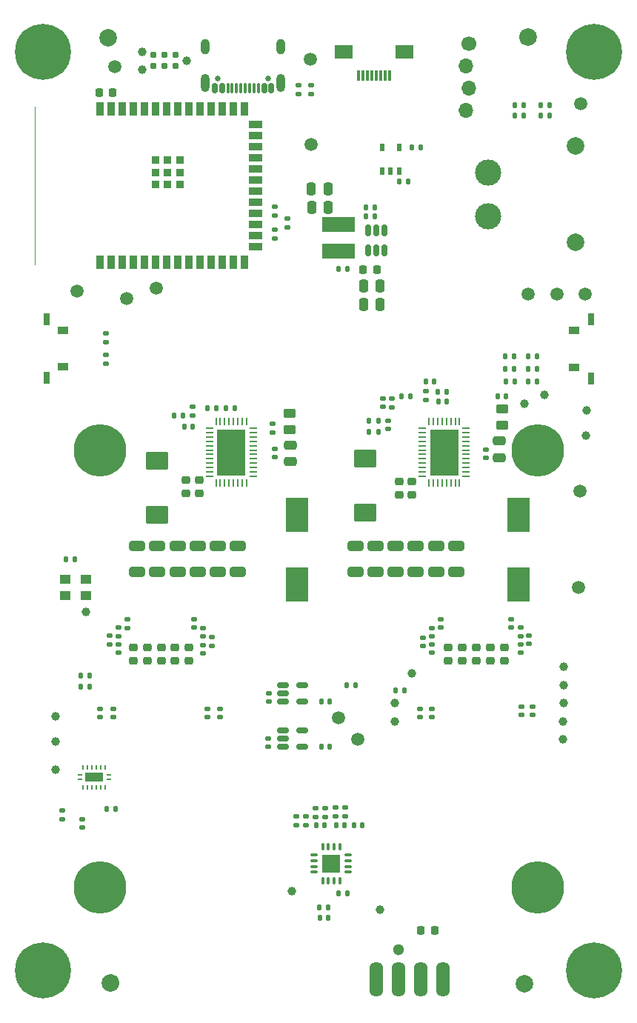
<source format=gbr>
%TF.GenerationSoftware,KiCad,Pcbnew,9.0.1*%
%TF.CreationDate,2025-09-16T14:58:38+08:00*%
%TF.ProjectId,BitaxeGT,42697461-7865-4475-942e-6b696361645f,v800*%
%TF.SameCoordinates,Original*%
%TF.FileFunction,Soldermask,Bot*%
%TF.FilePolarity,Negative*%
%FSLAX46Y46*%
G04 Gerber Fmt 4.6, Leading zero omitted, Abs format (unit mm)*
G04 Created by KiCad (PCBNEW 9.0.1) date 2025-09-16 14:58:38*
%MOMM*%
%LPD*%
G01*
G04 APERTURE LIST*
G04 Aperture macros list*
%AMRoundRect*
0 Rectangle with rounded corners*
0 $1 Rounding radius*
0 $2 $3 $4 $5 $6 $7 $8 $9 X,Y pos of 4 corners*
0 Add a 4 corners polygon primitive as box body*
4,1,4,$2,$3,$4,$5,$6,$7,$8,$9,$2,$3,0*
0 Add four circle primitives for the rounded corners*
1,1,$1+$1,$2,$3*
1,1,$1+$1,$4,$5*
1,1,$1+$1,$6,$7*
1,1,$1+$1,$8,$9*
0 Add four rect primitives between the rounded corners*
20,1,$1+$1,$2,$3,$4,$5,0*
20,1,$1+$1,$4,$5,$6,$7,0*
20,1,$1+$1,$6,$7,$8,$9,0*
20,1,$1+$1,$8,$9,$2,$3,0*%
G04 Aperture macros list end*
%ADD10C,1.050000*%
%ADD11C,0.120000*%
%ADD12RoundRect,0.225000X-0.225000X-0.250000X0.225000X-0.250000X0.225000X0.250000X-0.225000X0.250000X0*%
%ADD13R,0.558800X0.952500*%
%ADD14R,3.700000X1.680000*%
%ADD15RoundRect,0.150000X-0.150000X0.512500X-0.150000X-0.512500X0.150000X-0.512500X0.150000X0.512500X0*%
%ADD16RoundRect,0.135000X0.135000X0.185000X-0.135000X0.185000X-0.135000X-0.185000X0.135000X-0.185000X0*%
%ADD17RoundRect,0.135000X-0.135000X-0.185000X0.135000X-0.185000X0.135000X0.185000X-0.135000X0.185000X0*%
%ADD18RoundRect,0.140000X-0.140000X-0.170000X0.140000X-0.170000X0.140000X0.170000X-0.140000X0.170000X0*%
%ADD19RoundRect,0.250000X0.250000X0.475000X-0.250000X0.475000X-0.250000X-0.475000X0.250000X-0.475000X0*%
%ADD20C,2.000000*%
%ADD21C,6.000000*%
%ADD22C,0.800000*%
%ADD23C,6.400000*%
%ADD24C,1.300000*%
%ADD25O,1.574800X4.000000*%
%ADD26C,1.500000*%
%ADD27C,1.700000*%
%ADD28O,1.700000X1.700000*%
%ADD29RoundRect,0.135000X0.185000X-0.135000X0.185000X0.135000X-0.185000X0.135000X-0.185000X-0.135000X0*%
%ADD30RoundRect,0.140000X0.170000X-0.140000X0.170000X0.140000X-0.170000X0.140000X-0.170000X-0.140000X0*%
%ADD31C,1.000000*%
%ADD32RoundRect,0.140000X-0.170000X0.140000X-0.170000X-0.140000X0.170000X-0.140000X0.170000X0.140000X0*%
%ADD33C,0.990600*%
%ADD34C,0.787400*%
%ADD35RoundRect,0.250000X-0.650000X0.325000X-0.650000X-0.325000X0.650000X-0.325000X0.650000X0.325000X0*%
%ADD36RoundRect,0.225000X0.225000X0.250000X-0.225000X0.250000X-0.225000X-0.250000X0.225000X-0.250000X0*%
%ADD37RoundRect,0.225000X-0.250000X0.225000X-0.250000X-0.225000X0.250000X-0.225000X0.250000X0.225000X0*%
%ADD38R,1.300000X1.100000*%
%ADD39RoundRect,0.150000X-0.512500X-0.150000X0.512500X-0.150000X0.512500X0.150000X-0.512500X0.150000X0*%
%ADD40RoundRect,0.062500X0.337500X0.062500X-0.337500X0.062500X-0.337500X-0.062500X0.337500X-0.062500X0*%
%ADD41RoundRect,0.062500X0.062500X0.337500X-0.062500X0.337500X-0.062500X-0.337500X0.062500X-0.337500X0*%
%ADD42C,0.400000*%
%ADD43R,3.300000X5.300000*%
%ADD44R,0.599999X0.240000*%
%ADD45R,0.240000X0.599999*%
%ADD46C,0.499999*%
%ADD47R,2.000001X1.000000*%
%ADD48RoundRect,0.140000X0.140000X0.170000X-0.140000X0.170000X-0.140000X-0.170000X0.140000X-0.170000X0*%
%ADD49R,1.270000X0.889000*%
%ADD50R,0.787400X1.447800*%
%ADD51C,3.000000*%
%ADD52RoundRect,0.250000X0.475000X-0.250000X0.475000X0.250000X-0.475000X0.250000X-0.475000X-0.250000X0*%
%ADD53R,2.600000X4.000000*%
%ADD54R,0.300000X1.300000*%
%ADD55R,2.000000X1.600000*%
%ADD56C,0.650000*%
%ADD57RoundRect,0.150000X-0.150000X-0.425000X0.150000X-0.425000X0.150000X0.425000X-0.150000X0.425000X0*%
%ADD58RoundRect,0.075000X-0.075000X-0.500000X0.075000X-0.500000X0.075000X0.500000X-0.075000X0.500000X0*%
%ADD59O,1.000000X1.800000*%
%ADD60O,1.000000X2.100000*%
%ADD61RoundRect,0.135000X-0.185000X0.135000X-0.185000X-0.135000X0.185000X-0.135000X0.185000X0.135000X0*%
%ADD62RoundRect,0.250000X0.450000X-0.262500X0.450000X0.262500X-0.450000X0.262500X-0.450000X-0.262500X0*%
%ADD63RoundRect,0.250000X-1.025000X0.787500X-1.025000X-0.787500X1.025000X-0.787500X1.025000X0.787500X0*%
%ADD64R,0.900000X1.500000*%
%ADD65R,1.500000X0.900000*%
%ADD66R,0.900000X0.900000*%
%ADD67RoundRect,0.075000X-0.075000X0.350000X-0.075000X-0.350000X0.075000X-0.350000X0.075000X0.350000X0*%
%ADD68RoundRect,0.075000X-0.350000X0.075000X-0.350000X-0.075000X0.350000X-0.075000X0.350000X0.075000X0*%
%ADD69R,2.100000X2.100000*%
G04 APERTURE END LIST*
%TO.C,FID1*%
D10*
X107725000Y-147900000D02*
G75*
G02*
X106675000Y-147900000I-525000J0D01*
G01*
X106675000Y-147900000D02*
G75*
G02*
X107725000Y-147900000I525000J0D01*
G01*
%TO.C,FID2*%
X155425000Y-39800000D02*
G75*
G02*
X154375000Y-39800000I-525000J0D01*
G01*
X154375000Y-39800000D02*
G75*
G02*
X155425000Y-39800000I525000J0D01*
G01*
D11*
%TO.C,U6*%
X98520000Y-65750000D02*
X98520000Y-47750000D01*
%TD*%
D12*
%TO.C,C96*%
X137635000Y-66420000D03*
X136085000Y-66420000D03*
%TD*%
D13*
%TO.C,U5*%
X140159800Y-55147950D03*
X139220000Y-55147950D03*
X138280200Y-55147950D03*
X138280200Y-52392050D03*
X140159800Y-52392050D03*
%TD*%
D14*
%TO.C,L3*%
X133290000Y-64280000D03*
X133290000Y-61210000D03*
%TD*%
D15*
%TO.C,U7*%
X136637500Y-61882500D03*
X137587500Y-61882500D03*
X138537500Y-61882500D03*
X138537500Y-64157500D03*
X137587500Y-64157500D03*
X136637500Y-64157500D03*
%TD*%
D16*
%TO.C,R42*%
X137430000Y-59240000D03*
X136410000Y-59240000D03*
%TD*%
D17*
%TO.C,R41*%
X136410000Y-60270000D03*
X137430000Y-60270000D03*
%TD*%
D18*
%TO.C,C101*%
X141670000Y-52390000D03*
X142630000Y-52390000D03*
%TD*%
%TO.C,C100*%
X140230000Y-56300000D03*
X141190000Y-56300000D03*
%TD*%
D19*
%TO.C,C98*%
X132070000Y-59250000D03*
X130170000Y-59250000D03*
%TD*%
D18*
%TO.C,C97*%
X133280000Y-66290000D03*
X134240000Y-66290000D03*
%TD*%
D19*
%TO.C,C63*%
X138020000Y-70390000D03*
X136120000Y-70390000D03*
%TD*%
%TO.C,C50*%
X138020000Y-68280000D03*
X136120000Y-68280000D03*
%TD*%
D20*
%TO.C,FID1*%
X107200000Y-147900000D03*
%TD*%
D21*
%TO.C,HS1*%
X106000000Y-87000000D03*
X106000000Y-137000000D03*
X156000000Y-87000000D03*
X156000000Y-137000000D03*
%TD*%
D22*
%TO.C,H4*%
X97100000Y-146500000D03*
X97802944Y-144802944D03*
X97802944Y-148197056D03*
X99500000Y-144100000D03*
D23*
X99500000Y-146500000D03*
D22*
X99500000Y-148900000D03*
X101197056Y-144802944D03*
X101197056Y-148197056D03*
X101900000Y-146500000D03*
%TD*%
D24*
%TO.C,J7*%
X140120000Y-144130000D03*
D25*
X145200000Y-147490000D03*
X142660000Y-147490000D03*
D26*
X140120000Y-148450000D03*
D25*
X140120000Y-147490000D03*
X137580000Y-147490000D03*
%TD*%
D22*
%TO.C,H2*%
X97100000Y-41500000D03*
X97802944Y-39802944D03*
X97802944Y-43197056D03*
X99500000Y-39100000D03*
D23*
X99500000Y-41500000D03*
D22*
X99500000Y-43900000D03*
X101197056Y-39802944D03*
X101197056Y-43197056D03*
X101900000Y-41500000D03*
%TD*%
%TO.C,H3*%
X160100000Y-146500000D03*
X160802944Y-144802944D03*
X160802944Y-148197056D03*
X162500000Y-144100000D03*
D23*
X162500000Y-146500000D03*
D22*
X162500000Y-148900000D03*
X164197056Y-144802944D03*
X164197056Y-148197056D03*
X164900000Y-146500000D03*
%TD*%
D27*
%TO.C,J3*%
X148200000Y-40550000D03*
D28*
X147800000Y-43090000D03*
X148200000Y-45630000D03*
X147800000Y-48170000D03*
%TD*%
D20*
%TO.C,FID2*%
X154900000Y-39800000D03*
%TD*%
D22*
%TO.C,H1*%
X160100000Y-41500000D03*
X160802944Y-39802944D03*
X160802944Y-43197056D03*
X162500000Y-39100000D03*
D23*
X162500000Y-41500000D03*
D22*
X162500000Y-43900000D03*
X164197056Y-39802944D03*
X164197056Y-43197056D03*
X164900000Y-41500000D03*
%TD*%
D29*
%TO.C,R29*%
X134000000Y-128900000D03*
X134000000Y-127880000D03*
%TD*%
D26*
%TO.C,TP35*%
X130000000Y-42360000D03*
%TD*%
D30*
%TO.C,C17*%
X138300000Y-82080000D03*
X138300000Y-81120000D03*
%TD*%
D18*
%TO.C,C37*%
X115650000Y-84320000D03*
X116610000Y-84320000D03*
%TD*%
D16*
%TO.C,R22*%
X157400000Y-47600000D03*
X156380000Y-47600000D03*
%TD*%
D31*
%TO.C,TP6*%
X158950000Y-118000000D03*
%TD*%
%TO.C,TP20*%
X127950000Y-137400000D03*
%TD*%
D32*
%TO.C,C7*%
X150100000Y-86920000D03*
X150100000Y-87880000D03*
%TD*%
D33*
%TO.C,J8*%
X115940000Y-42465000D03*
X110860000Y-43481000D03*
X110860000Y-41449000D03*
D34*
X114670000Y-43100000D03*
X114670000Y-41830000D03*
X113400000Y-43100000D03*
X113400000Y-41830000D03*
X112130000Y-43100000D03*
X112130000Y-41830000D03*
%TD*%
D30*
%TO.C,C84*%
X143950000Y-117530000D03*
X143950000Y-116570000D03*
%TD*%
D31*
%TO.C,TP30*%
X156800000Y-80700000D03*
%TD*%
D29*
%TO.C,R25*%
X128680000Y-46280000D03*
X128680000Y-45260000D03*
%TD*%
D35*
%TO.C,C12*%
X139800000Y-97975000D03*
X139800000Y-100925000D03*
%TD*%
%TO.C,C33*%
X114850000Y-98000000D03*
X114850000Y-100950000D03*
%TD*%
D36*
%TO.C,C49*%
X107425000Y-46150000D03*
X105875000Y-46150000D03*
%TD*%
D37*
%TO.C,C38*%
X116150000Y-109575000D03*
X116150000Y-111125000D03*
%TD*%
D35*
%TO.C,C14*%
X135200000Y-97975000D03*
X135200000Y-100925000D03*
%TD*%
D30*
%TO.C,C65*%
X107125000Y-109205000D03*
X107125000Y-108245000D03*
%TD*%
D38*
%TO.C,U8*%
X102050000Y-101750000D03*
X104350000Y-101750000D03*
X104350000Y-103650000D03*
X102050000Y-103650000D03*
%TD*%
D29*
%TO.C,R20*%
X106700000Y-74640000D03*
X106700000Y-73620000D03*
%TD*%
D39*
%TO.C,U11*%
X126875000Y-120900000D03*
X126875000Y-119950000D03*
X126875000Y-119000000D03*
X129150000Y-119000000D03*
X129150000Y-120900000D03*
%TD*%
D31*
%TO.C,TP14*%
X100900000Y-123550000D03*
%TD*%
D40*
%TO.C,U4*%
X123500000Y-84500000D03*
X123500000Y-85000000D03*
X123500000Y-85500000D03*
X123500000Y-86000000D03*
X123500000Y-86500000D03*
X123500000Y-87000000D03*
X123500000Y-87500000D03*
X123500000Y-88000000D03*
X123500000Y-88500000D03*
X123500000Y-89000000D03*
X123500000Y-89500000D03*
X123500000Y-90000000D03*
D41*
X122750000Y-90750000D03*
X122250000Y-90750000D03*
X121750000Y-90750000D03*
X121250000Y-90750000D03*
X120750000Y-90750000D03*
X120250000Y-90750000D03*
X119750000Y-90750000D03*
X119250000Y-90750000D03*
D40*
X118500000Y-90000000D03*
X118500000Y-89500000D03*
X118500000Y-89000000D03*
X118500000Y-88500000D03*
X118500000Y-88000000D03*
X118500000Y-87500000D03*
X118500000Y-87000000D03*
X118500000Y-86500000D03*
X118500000Y-86000000D03*
X118500000Y-85500000D03*
X118500000Y-85000000D03*
X118500000Y-84500000D03*
D41*
X119250000Y-83750000D03*
X119750000Y-83750000D03*
X120250000Y-83750000D03*
X120750000Y-83750000D03*
X121250000Y-83750000D03*
X121750000Y-83750000D03*
X122250000Y-83750000D03*
X122750000Y-83750000D03*
D42*
X122280000Y-88650000D03*
X122280000Y-87250000D03*
X122280000Y-85850000D03*
X121000000Y-89650000D03*
X121000000Y-88650000D03*
X121000000Y-87250000D03*
D43*
X121000000Y-87250000D03*
D42*
X121000000Y-85850000D03*
X121000000Y-84850000D03*
X119720000Y-88650000D03*
X119720000Y-87250000D03*
X119720000Y-85850000D03*
%TD*%
D30*
%TO.C,C80*%
X106000000Y-117530000D03*
X106000000Y-116570000D03*
%TD*%
D44*
%TO.C,U2*%
X103670001Y-124150000D03*
D45*
X104070000Y-123250000D03*
X104569999Y-123250000D03*
X105070000Y-123250000D03*
X105570000Y-123250000D03*
X106070001Y-123250000D03*
X106570000Y-123250000D03*
D44*
X106969999Y-124150000D03*
X106969999Y-124650000D03*
D45*
X106570000Y-125550000D03*
X106070001Y-125550000D03*
X105570000Y-125550000D03*
X105070000Y-125550000D03*
X104569999Y-125550000D03*
X104070000Y-125550000D03*
D44*
X103670001Y-124650000D03*
D46*
X106070001Y-124400000D03*
D47*
X105320000Y-124400000D03*
D46*
X104569999Y-124400000D03*
%TD*%
D30*
%TO.C,C85*%
X142600000Y-117530000D03*
X142600000Y-116570000D03*
%TD*%
%TO.C,C75*%
X144940000Y-107310000D03*
X144940000Y-106350000D03*
%TD*%
D32*
%TO.C,C68*%
X116750000Y-106345000D03*
X116750000Y-107305000D03*
%TD*%
D26*
%TO.C,TP25*%
X160920000Y-47440000D03*
%TD*%
D37*
%TO.C,C57*%
X109800000Y-109575000D03*
X109800000Y-111125000D03*
%TD*%
%TO.C,C2*%
X141675000Y-90600000D03*
X141675000Y-92150000D03*
%TD*%
D26*
%TO.C,TP18*%
X135450000Y-120050000D03*
%TD*%
D18*
%TO.C,C53*%
X102120000Y-99500000D03*
X103080000Y-99500000D03*
%TD*%
D17*
%TO.C,R26*%
X103790000Y-114040000D03*
X104810000Y-114040000D03*
%TD*%
D29*
%TO.C,R21*%
X125990000Y-62790000D03*
X125990000Y-61770000D03*
%TD*%
D31*
%TO.C,TP21*%
X138040000Y-139520000D03*
%TD*%
D30*
%TO.C,C87*%
X155400000Y-117270000D03*
X155400000Y-116310000D03*
%TD*%
D35*
%TO.C,C11*%
X142100000Y-97975000D03*
X142100000Y-100925000D03*
%TD*%
D32*
%TO.C,C71*%
X117725000Y-109270000D03*
X117725000Y-110230000D03*
%TD*%
D20*
%TO.C,FID3*%
X154500000Y-148000000D03*
%TD*%
D17*
%TO.C,R23*%
X106780000Y-128020000D03*
X107800000Y-128020000D03*
%TD*%
%TO.C,R9*%
X154940000Y-76300000D03*
X155960000Y-76300000D03*
%TD*%
D48*
%TO.C,C20*%
X145630000Y-81410000D03*
X144670000Y-81410000D03*
%TD*%
D37*
%TO.C,C58*%
X152200000Y-109575000D03*
X152200000Y-111125000D03*
%TD*%
D26*
%TO.C,TP23*%
X158200000Y-69180000D03*
%TD*%
D17*
%TO.C,R19*%
X118290000Y-82200000D03*
X119310000Y-82200000D03*
%TD*%
D37*
%TO.C,C55*%
X112990000Y-109575000D03*
X112990000Y-111125000D03*
%TD*%
D18*
%TO.C,C92*%
X135020000Y-129890000D03*
X135980000Y-129890000D03*
%TD*%
D31*
%TO.C,TP31*%
X161580000Y-82450000D03*
%TD*%
D26*
%TO.C,TP36*%
X107690000Y-43200000D03*
%TD*%
D17*
%TO.C,R8*%
X144640000Y-80360000D03*
X145660000Y-80360000D03*
%TD*%
D29*
%TO.C,R36*%
X130650000Y-128910000D03*
X130650000Y-127890000D03*
%TD*%
D32*
%TO.C,C88*%
X125212500Y-119970000D03*
X125212500Y-120930000D03*
%TD*%
D37*
%TO.C,C23*%
X117325000Y-90425000D03*
X117325000Y-91975000D03*
%TD*%
D17*
%TO.C,R13*%
X152340000Y-77700000D03*
X153360000Y-77700000D03*
%TD*%
D49*
%TO.C,SW1*%
X101797000Y-77485500D03*
X101797000Y-73294500D03*
D50*
X99904700Y-78768200D03*
X99904700Y-72011800D03*
%TD*%
D30*
%TO.C,C66*%
X108125000Y-108255000D03*
X108125000Y-107295000D03*
%TD*%
D35*
%TO.C,C34*%
X112550000Y-98000000D03*
X112550000Y-100950000D03*
%TD*%
D17*
%TO.C,R39*%
X153390000Y-47600000D03*
X154410000Y-47600000D03*
%TD*%
D31*
%TO.C,TP10*%
X100950000Y-117400000D03*
%TD*%
%TO.C,TP12*%
X100900000Y-120300000D03*
%TD*%
D37*
%TO.C,C60*%
X149000000Y-109575000D03*
X149000000Y-111125000D03*
%TD*%
D26*
%TO.C,TP15*%
X160700000Y-102700000D03*
%TD*%
D35*
%TO.C,C32*%
X117150000Y-98000000D03*
X117150000Y-100950000D03*
%TD*%
D51*
%TO.C,J1*%
X150350000Y-60250000D03*
X150350000Y-55250000D03*
D20*
X160350000Y-63250000D03*
X160350000Y-52250000D03*
%TD*%
D37*
%TO.C,C59*%
X150600000Y-109575000D03*
X150600000Y-111125000D03*
%TD*%
D52*
%TO.C,C29*%
X127725000Y-88325000D03*
X127725000Y-86425000D03*
%TD*%
D53*
%TO.C,L1*%
X153850000Y-94425000D03*
X153850000Y-102375000D03*
%TD*%
D37*
%TO.C,C54*%
X114550000Y-109575000D03*
X114550000Y-111125000D03*
%TD*%
D31*
%TO.C,TP11*%
X141650000Y-112550000D03*
%TD*%
D53*
%TO.C,L2*%
X128500000Y-94425000D03*
X128500000Y-102375000D03*
%TD*%
D30*
%TO.C,C81*%
X107550000Y-117530000D03*
X107550000Y-116570000D03*
%TD*%
D26*
%TO.C,TP24*%
X161470000Y-69180000D03*
%TD*%
D30*
%TO.C,C83*%
X118250000Y-117530000D03*
X118250000Y-116570000D03*
%TD*%
D37*
%TO.C,C24*%
X115850000Y-90425000D03*
X115850000Y-91975000D03*
%TD*%
D54*
%TO.C,J2*%
X139070000Y-44180000D03*
X138570000Y-44180000D03*
X138070000Y-44180000D03*
X137570000Y-44180000D03*
X137070000Y-44180000D03*
X136570000Y-44180000D03*
X136070000Y-44180000D03*
X135570000Y-44180000D03*
D55*
X133870000Y-41500000D03*
X140770000Y-41500000D03*
%TD*%
D56*
%TO.C,J4*%
X119460000Y-44565000D03*
X125240000Y-44565000D03*
D57*
X119150000Y-45640000D03*
X119950000Y-45640000D03*
D58*
X121100000Y-45640000D03*
X122100000Y-45640000D03*
X122600000Y-45640000D03*
X123600000Y-45640000D03*
D57*
X125550000Y-45640000D03*
X124750000Y-45640000D03*
D58*
X124100000Y-45640000D03*
X123100000Y-45640000D03*
X121600000Y-45640000D03*
X120600000Y-45640000D03*
D59*
X118030000Y-40885000D03*
D60*
X118030000Y-45065000D03*
D59*
X126670000Y-40885000D03*
D60*
X126670000Y-45065000D03*
%TD*%
D40*
%TO.C,U1*%
X147850000Y-84500000D03*
X147850000Y-85000000D03*
X147850000Y-85500000D03*
X147850000Y-86000000D03*
X147850000Y-86500000D03*
X147850000Y-87000000D03*
X147850000Y-87500000D03*
X147850000Y-88000000D03*
X147850000Y-88500000D03*
X147850000Y-89000000D03*
X147850000Y-89500000D03*
X147850000Y-90000000D03*
D41*
X147100000Y-90750000D03*
X146600000Y-90750000D03*
X146100000Y-90750000D03*
X145600000Y-90750000D03*
X145100000Y-90750000D03*
X144600000Y-90750000D03*
X144100000Y-90750000D03*
X143600000Y-90750000D03*
D40*
X142850000Y-90000000D03*
X142850000Y-89500000D03*
X142850000Y-89000000D03*
X142850000Y-88500000D03*
X142850000Y-88000000D03*
X142850000Y-87500000D03*
X142850000Y-87000000D03*
X142850000Y-86500000D03*
X142850000Y-86000000D03*
X142850000Y-85500000D03*
X142850000Y-85000000D03*
X142850000Y-84500000D03*
D41*
X143600000Y-83750000D03*
X144100000Y-83750000D03*
X144600000Y-83750000D03*
X145100000Y-83750000D03*
X145600000Y-83750000D03*
X146100000Y-83750000D03*
X146600000Y-83750000D03*
X147100000Y-83750000D03*
D42*
X146630000Y-88650000D03*
X146630000Y-87250000D03*
X146630000Y-85850000D03*
X145350000Y-89650000D03*
X145350000Y-88650000D03*
X145350000Y-87250000D03*
D43*
X145350000Y-87250000D03*
D42*
X145350000Y-85850000D03*
X145350000Y-84850000D03*
X144070000Y-88650000D03*
X144070000Y-87250000D03*
X144070000Y-85850000D03*
%TD*%
D31*
%TO.C,TP8*%
X159000000Y-113850000D03*
%TD*%
D16*
%TO.C,R40*%
X157410000Y-48800000D03*
X156390000Y-48800000D03*
%TD*%
%TO.C,R4*%
X137790000Y-83690000D03*
X136770000Y-83690000D03*
%TD*%
D30*
%TO.C,C67*%
X109150000Y-107330000D03*
X109150000Y-106370000D03*
%TD*%
D29*
%TO.C,R32*%
X132950000Y-128900000D03*
X132950000Y-127880000D03*
%TD*%
%TO.C,R34*%
X131700000Y-128910000D03*
X131700000Y-127890000D03*
%TD*%
D32*
%TO.C,C90*%
X125262500Y-114820000D03*
X125262500Y-115780000D03*
%TD*%
D61*
%TO.C,R35*%
X129500000Y-128840000D03*
X129500000Y-129860000D03*
%TD*%
D26*
%TO.C,TP32*%
X109020000Y-69700000D03*
%TD*%
D29*
%TO.C,R33*%
X128450000Y-129860000D03*
X128450000Y-128840000D03*
%TD*%
D16*
%TO.C,R30*%
X132110000Y-139300000D03*
X131090000Y-139300000D03*
%TD*%
D62*
%TO.C,R2*%
X151930000Y-84122500D03*
X151930000Y-82297500D03*
%TD*%
D26*
%TO.C,TP17*%
X160900000Y-91700000D03*
%TD*%
D29*
%TO.C,R1*%
X143260000Y-81320000D03*
X143260000Y-80300000D03*
%TD*%
D30*
%TO.C,C64*%
X108125000Y-110155000D03*
X108125000Y-109195000D03*
%TD*%
D48*
%TO.C,C15*%
X141450000Y-80820000D03*
X140490000Y-80820000D03*
%TD*%
D31*
%TO.C,TP9*%
X159000000Y-111800000D03*
%TD*%
D20*
%TO.C,FID4*%
X106900000Y-39900000D03*
%TD*%
D32*
%TO.C,C70*%
X118775000Y-108395000D03*
X118775000Y-109355000D03*
%TD*%
%TO.C,C78*%
X155050000Y-108170000D03*
X155050000Y-109130000D03*
%TD*%
D39*
%TO.C,U12*%
X126875000Y-115762500D03*
X126875000Y-114812500D03*
X126875000Y-113862500D03*
X129150000Y-113862500D03*
X129150000Y-115762500D03*
%TD*%
D31*
%TO.C,TP13*%
X139700000Y-115950000D03*
%TD*%
D48*
%TO.C,C19*%
X152430000Y-80860000D03*
X151470000Y-80860000D03*
%TD*%
D61*
%TO.C,R5*%
X139380000Y-81090000D03*
X139380000Y-82110000D03*
%TD*%
D26*
%TO.C,TP34*%
X130130000Y-52060000D03*
%TD*%
%TO.C,TP19*%
X133262500Y-117600000D03*
%TD*%
D32*
%TO.C,C76*%
X153010000Y-106310000D03*
X153010000Y-107270000D03*
%TD*%
D30*
%TO.C,C74*%
X143925000Y-108280000D03*
X143925000Y-107320000D03*
%TD*%
D37*
%TO.C,C62*%
X145800000Y-109575000D03*
X145800000Y-111125000D03*
%TD*%
%TO.C,C56*%
X111400000Y-109575000D03*
X111400000Y-111125000D03*
%TD*%
D62*
%TO.C,R15*%
X127695000Y-84652500D03*
X127695000Y-82827500D03*
%TD*%
D31*
%TO.C,TP7*%
X159000000Y-115900000D03*
%TD*%
D32*
%TO.C,C48*%
X106700000Y-76150000D03*
X106700000Y-77110000D03*
%TD*%
D17*
%TO.C,R31*%
X133240000Y-137700000D03*
X134260000Y-137700000D03*
%TD*%
D29*
%TO.C,R14*%
X130090000Y-46280000D03*
X130090000Y-45260000D03*
%TD*%
D63*
%TO.C,C1*%
X136325000Y-87962500D03*
X136325000Y-94187500D03*
%TD*%
D32*
%TO.C,C79*%
X154050000Y-109195000D03*
X154050000Y-110155000D03*
%TD*%
D26*
%TO.C,TP29*%
X103390000Y-68860000D03*
%TD*%
D37*
%TO.C,C61*%
X147400000Y-109575000D03*
X147400000Y-111125000D03*
%TD*%
D17*
%TO.C,R10*%
X154940000Y-77700000D03*
X155960000Y-77700000D03*
%TD*%
%TO.C,R7*%
X154940000Y-79150000D03*
X155960000Y-79150000D03*
%TD*%
D64*
%TO.C,U6*%
X106010000Y-48000000D03*
X107280000Y-48000000D03*
X108550000Y-48000000D03*
X109820000Y-48000000D03*
X111090000Y-48000000D03*
X112360000Y-48000000D03*
X113630000Y-48000000D03*
X114900000Y-48000000D03*
X116170000Y-48000000D03*
X117440000Y-48000000D03*
X118710000Y-48000000D03*
X119980000Y-48000000D03*
X121250000Y-48000000D03*
X122520000Y-48000000D03*
D65*
X123770000Y-49765000D03*
X123770000Y-51035000D03*
X123770000Y-52305000D03*
X123770000Y-53575000D03*
X123770000Y-54845000D03*
X123770000Y-56115000D03*
X123770000Y-57385000D03*
X123770000Y-58655000D03*
X123770000Y-59925000D03*
X123770000Y-61195000D03*
X123770000Y-62465000D03*
X123770000Y-63735000D03*
D64*
X122520000Y-65500000D03*
X121250000Y-65500000D03*
X119980000Y-65500000D03*
X118710000Y-65500000D03*
X117440000Y-65500000D03*
X116170000Y-65500000D03*
X114900000Y-65500000D03*
X113630000Y-65500000D03*
X112360000Y-65500000D03*
X111090000Y-65500000D03*
X109820000Y-65500000D03*
X108550000Y-65500000D03*
X107280000Y-65500000D03*
X106010000Y-65500000D03*
D66*
X115130000Y-53850000D03*
X113730000Y-53850000D03*
X112330000Y-53850000D03*
X115130000Y-55250000D03*
X113730000Y-55250000D03*
X112330000Y-55250000D03*
X115130000Y-56650000D03*
X113730000Y-56650000D03*
X112330000Y-56650000D03*
%TD*%
D37*
%TO.C,C3*%
X140200000Y-90600000D03*
X140200000Y-92150000D03*
%TD*%
D32*
%TO.C,C28*%
X126000000Y-86870000D03*
X126000000Y-87830000D03*
%TD*%
D48*
%TO.C,C91*%
X132230000Y-115750000D03*
X131270000Y-115750000D03*
%TD*%
D35*
%TO.C,C31*%
X119450000Y-98000000D03*
X119450000Y-100950000D03*
%TD*%
D16*
%TO.C,R11*%
X153375000Y-79150000D03*
X152355000Y-79150000D03*
%TD*%
D12*
%TO.C,C41*%
X142695000Y-141880000D03*
X144245000Y-141880000D03*
%TD*%
D48*
%TO.C,C45*%
X121380000Y-82250000D03*
X120420000Y-82250000D03*
%TD*%
D17*
%TO.C,R12*%
X152340000Y-76300000D03*
X153360000Y-76300000D03*
%TD*%
D18*
%TO.C,C18*%
X143260000Y-79160000D03*
X144220000Y-79160000D03*
%TD*%
D26*
%TO.C,TP22*%
X154930000Y-69180000D03*
%TD*%
D35*
%TO.C,C9*%
X146700000Y-97975000D03*
X146700000Y-100925000D03*
%TD*%
D48*
%TO.C,C93*%
X133930000Y-129900000D03*
X132970000Y-129900000D03*
%TD*%
D67*
%TO.C,U13*%
X131450000Y-132325000D03*
X132100000Y-132325000D03*
X132750000Y-132325000D03*
X133400000Y-132325000D03*
D68*
X134375000Y-133300000D03*
X134375000Y-133950000D03*
X134375000Y-134600000D03*
X134375000Y-135250000D03*
D67*
X133400000Y-136225000D03*
X132750000Y-136225000D03*
X132100000Y-136225000D03*
X131450000Y-136225000D03*
D68*
X130475000Y-135250000D03*
X130475000Y-134600000D03*
X130475000Y-133950000D03*
X130475000Y-133300000D03*
D69*
X132425000Y-134275000D03*
%TD*%
D30*
%TO.C,C72*%
X143925000Y-110180000D03*
X143925000Y-109220000D03*
%TD*%
%TO.C,C86*%
X154200000Y-117270000D03*
X154200000Y-116310000D03*
%TD*%
D35*
%TO.C,C13*%
X137500000Y-97975000D03*
X137500000Y-100925000D03*
%TD*%
D61*
%TO.C,R6*%
X127430000Y-60530000D03*
X127430000Y-61550000D03*
%TD*%
D63*
%TO.C,C22*%
X112475000Y-88187500D03*
X112475000Y-94412500D03*
%TD*%
D26*
%TO.C,TP33*%
X112400000Y-68490000D03*
%TD*%
D35*
%TO.C,C10*%
X144400000Y-97975000D03*
X144400000Y-100925000D03*
%TD*%
D18*
%TO.C,C94*%
X131120000Y-140500000D03*
X132080000Y-140500000D03*
%TD*%
D35*
%TO.C,C35*%
X110237500Y-98000000D03*
X110237500Y-100950000D03*
%TD*%
D30*
%TO.C,C73*%
X142900000Y-109380000D03*
X142900000Y-108420000D03*
%TD*%
D32*
%TO.C,C36*%
X116620000Y-82060000D03*
X116620000Y-83020000D03*
%TD*%
D17*
%TO.C,R28*%
X139740000Y-114450000D03*
X140760000Y-114450000D03*
%TD*%
%TO.C,R16*%
X114440000Y-83040000D03*
X115460000Y-83040000D03*
%TD*%
%TO.C,R38*%
X153390000Y-48800000D03*
X154410000Y-48800000D03*
%TD*%
D31*
%TO.C,TP16*%
X139650000Y-118000000D03*
%TD*%
D17*
%TO.C,R3*%
X136770000Y-84890000D03*
X137790000Y-84890000D03*
%TD*%
D31*
%TO.C,TP5*%
X158900000Y-120050000D03*
%TD*%
D32*
%TO.C,C16*%
X138970000Y-83620000D03*
X138970000Y-84580000D03*
%TD*%
D31*
%TO.C,TP1*%
X154490000Y-81690000D03*
%TD*%
D61*
%TO.C,R37*%
X125990000Y-59210000D03*
X125990000Y-60230000D03*
%TD*%
D17*
%TO.C,R24*%
X103790000Y-112750000D03*
X104810000Y-112750000D03*
%TD*%
D52*
%TO.C,C8*%
X151625000Y-87875000D03*
X151625000Y-85975000D03*
%TD*%
D48*
%TO.C,C89*%
X132280000Y-120900000D03*
X131320000Y-120900000D03*
%TD*%
D32*
%TO.C,C69*%
X117750000Y-107320000D03*
X117750000Y-108280000D03*
%TD*%
D17*
%TO.C,R27*%
X134190000Y-113850000D03*
X135210000Y-113850000D03*
%TD*%
D32*
%TO.C,C42*%
X125700000Y-84020000D03*
X125700000Y-84980000D03*
%TD*%
D31*
%TO.C,TP4*%
X104400000Y-105500000D03*
%TD*%
D32*
%TO.C,C77*%
X154050000Y-107295000D03*
X154050000Y-108255000D03*
%TD*%
D48*
%TO.C,C95*%
X131680000Y-129900000D03*
X130720000Y-129900000D03*
%TD*%
D30*
%TO.C,C51*%
X101700000Y-129170000D03*
X101700000Y-128210000D03*
%TD*%
D35*
%TO.C,C30*%
X121750000Y-98000000D03*
X121750000Y-100950000D03*
%TD*%
D30*
%TO.C,C82*%
X119750000Y-117530000D03*
X119750000Y-116570000D03*
%TD*%
D32*
%TO.C,C52*%
X104000000Y-129210000D03*
X104000000Y-130170000D03*
%TD*%
D31*
%TO.C,TP3*%
X161560000Y-85380000D03*
%TD*%
D49*
%TO.C,SW2*%
X160203000Y-73344500D03*
X160203000Y-77535500D03*
D50*
X162095300Y-72061800D03*
X162095300Y-78818200D03*
%TD*%
D19*
%TO.C,C99*%
X130160000Y-57190000D03*
X132060000Y-57190000D03*
%TD*%
M02*

</source>
